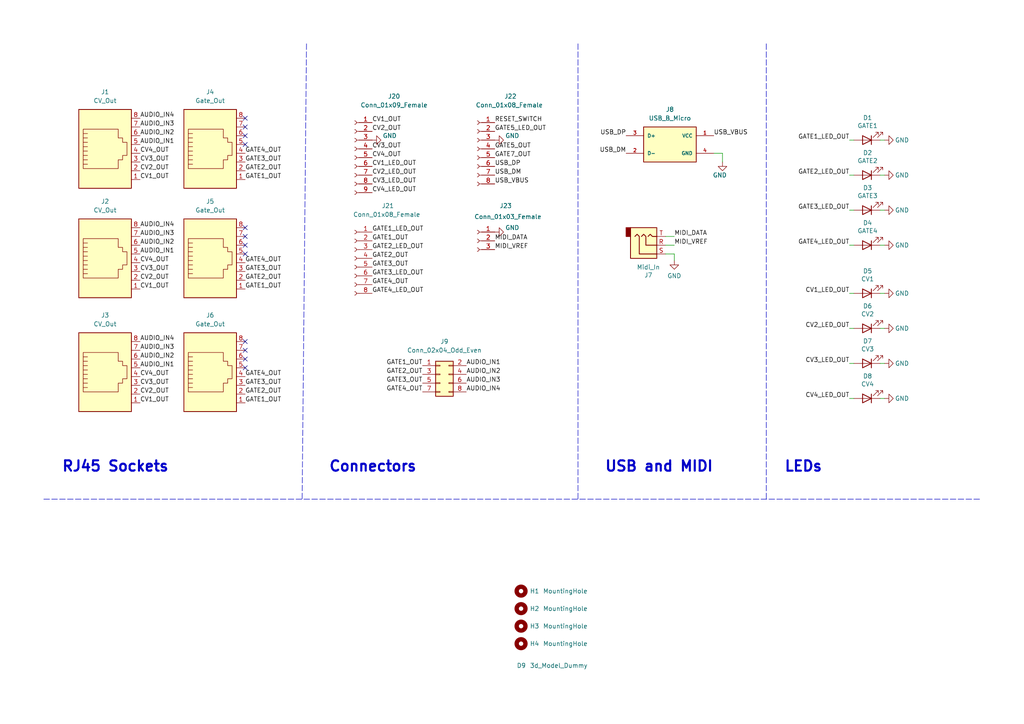
<source format=kicad_sch>
(kicad_sch (version 20211123) (generator eeschema)
  (paper "A4")
  (title_block (title "Quad MIDI Monger") (date "2023-02-28") (rev "v1.0") (company "Mountjoy Modular"))
  (lib_symbols
    (symbol "Connector:Conn_01x03_Female" (pin_names (offset 1.016) hide)
      (property "Reference" "J" (at 0 5.08 0))
      (property "Value" "Conn_01x03_Female" (at 0 -5.08 0))
      (symbol "Conn_01x03_Female_1_1"
        (arc (start 0 -2.032) (mid -0.508 -2.54) (end 0 -3.048) (stroke (width 0.1524)))
        (polyline (pts (xy -1.27 -2.54) (xy -0.508 -2.54)) (stroke (width 0.1524)))
        (polyline (pts (xy -1.27 0) (xy -0.508 0)) (stroke (width 0.1524)))
        (polyline (pts (xy -1.27 2.54) (xy -0.508 2.54)) (stroke (width 0.1524)))
        (arc (start 0 0.508) (mid -0.508 0) (end 0 -0.508) (stroke (width 0.1524)))
        (arc (start 0 3.048) (mid -0.508 2.54) (end 0 2.032) (stroke (width 0.1524)))
        (pin passive line (at -5.08 2.54 0) (length 3.81) (name "Pin_1") (number "1"))
        (pin passive line (at -5.08 0 0) (length 3.81) (name "Pin_2") (number "2"))
        (pin passive line (at -5.08 -2.54 0) (length 3.81) (name "Pin_3") (number "3"))
      )
    )
    (symbol "Connector:Conn_01x08_Female" (pin_names (offset 1.016) hide)
      (property "Reference" "J" (at 0 10.16 0))
      (property "Value" "Conn_01x08_Female" (at 0 -12.7 0))
      (symbol "Conn_01x08_Female_1_1"
        (arc (start 0 -9.652) (mid -0.508 -10.16) (end 0 -10.668) (stroke (width 0.1524)))
        (arc (start 0 -7.112) (mid -0.508 -7.62) (end 0 -8.128) (stroke (width 0.1524)))
        (arc (start 0 -4.572) (mid -0.508 -5.08) (end 0 -5.588) (stroke (width 0.1524)))
        (arc (start 0 -2.032) (mid -0.508 -2.54) (end 0 -3.048) (stroke (width 0.1524)))
        (polyline (pts (xy -1.27 -10.16) (xy -0.508 -10.16)) (stroke (width 0.1524)))
        (polyline (pts (xy -1.27 -7.62) (xy -0.508 -7.62)) (stroke (width 0.1524)))
        (polyline (pts (xy -1.27 -5.08) (xy -0.508 -5.08)) (stroke (width 0.1524)))
        (polyline (pts (xy -1.27 -2.54) (xy -0.508 -2.54)) (stroke (width 0.1524)))
        (polyline (pts (xy -1.27 0) (xy -0.508 0)) (stroke (width 0.1524)))
        (polyline (pts (xy -1.27 2.54) (xy -0.508 2.54)) (stroke (width 0.1524)))
        (polyline (pts (xy -1.27 5.08) (xy -0.508 5.08)) (stroke (width 0.1524)))
        (polyline (pts (xy -1.27 7.62) (xy -0.508 7.62)) (stroke (width 0.1524)))
        (arc (start 0 0.508) (mid -0.508 0) (end 0 -0.508) (stroke (width 0.1524)))
        (arc (start 0 3.048) (mid -0.508 2.54) (end 0 2.032) (stroke (width 0.1524)))
        (arc (start 0 5.588) (mid -0.508 5.08) (end 0 4.572) (stroke (width 0.1524)))
        (arc (start 0 8.128) (mid -0.508 7.62) (end 0 7.112) (stroke (width 0.1524)))
        (pin passive line (at -5.08 7.62 0) (length 3.81) (name "Pin_1") (number "1"))
        (pin passive line (at -5.08 5.08 0) (length 3.81) (name "Pin_2") (number "2"))
        (pin passive line (at -5.08 2.54 0) (length 3.81) (name "Pin_3") (number "3"))
        (pin passive line (at -5.08 0 0) (length 3.81) (name "Pin_4") (number "4"))
        (pin passive line (at -5.08 -2.54 0) (length 3.81) (name "Pin_5") (number "5"))
        (pin passive line (at -5.08 -5.08 0) (length 3.81) (name "Pin_6") (number "6"))
        (pin passive line (at -5.08 -7.62 0) (length 3.81) (name "Pin_7") (number "7"))
        (pin passive line (at -5.08 -10.16 0) (length 3.81) (name "Pin_8") (number "8"))
      )
    )
    (symbol "Connector:Conn_01x09_Female" (pin_names (offset 1.016) hide)
      (property "Reference" "J" (at 0 12.7 0))
      (property "Value" "Conn_01x09_Female" (at 0 -12.7 0))
      (symbol "Conn_01x09_Female_1_1"
        (arc (start 0 -9.652) (mid -0.508 -10.16) (end 0 -10.668) (stroke (width 0.1524)))
        (arc (start 0 -7.112) (mid -0.508 -7.62) (end 0 -8.128) (stroke (width 0.1524)))
        (arc (start 0 -4.572) (mid -0.508 -5.08) (end 0 -5.588) (stroke (width 0.1524)))
        (arc (start 0 -2.032) (mid -0.508 -2.54) (end 0 -3.048) (stroke (width 0.1524)))
        (polyline (pts (xy -1.27 -10.16) (xy -0.508 -10.16)) (stroke (width 0.1524)))
        (polyline (pts (xy -1.27 -7.62) (xy -0.508 -7.62)) (stroke (width 0.1524)))
        (polyline (pts (xy -1.27 -5.08) (xy -0.508 -5.08)) (stroke (width 0.1524)))
        (polyline (pts (xy -1.27 -2.54) (xy -0.508 -2.54)) (stroke (width 0.1524)))
        (polyline (pts (xy -1.27 0) (xy -0.508 0)) (stroke (width 0.1524)))
        (polyline (pts (xy -1.27 2.54) (xy -0.508 2.54)) (stroke (width 0.1524)))
        (polyline (pts (xy -1.27 5.08) (xy -0.508 5.08)) (stroke (width 0.1524)))
        (polyline (pts (xy -1.27 7.62) (xy -0.508 7.62)) (stroke (width 0.1524)))
        (polyline (pts (xy -1.27 10.16) (xy -0.508 10.16)) (stroke (width 0.1524)))
        (arc (start 0 0.508) (mid -0.508 0) (end 0 -0.508) (stroke (width 0.1524)))
        (arc (start 0 3.048) (mid -0.508 2.54) (end 0 2.032) (stroke (width 0.1524)))
        (arc (start 0 5.588) (mid -0.508 5.08) (end 0 4.572) (stroke (width 0.1524)))
        (arc (start 0 8.128) (mid -0.508 7.62) (end 0 7.112) (stroke (width 0.1524)))
        (arc (start 0 10.668) (mid -0.508 10.16) (end 0 9.652) (stroke (width 0.1524)))
        (pin passive line (at -5.08 10.16 0) (length 3.81) (name "Pin_1") (number "1"))
        (pin passive line (at -5.08 7.62 0) (length 3.81) (name "Pin_2") (number "2"))
        (pin passive line (at -5.08 5.08 0) (length 3.81) (name "Pin_3") (number "3"))
        (pin passive line (at -5.08 2.54 0) (length 3.81) (name "Pin_4") (number "4"))
        (pin passive line (at -5.08 0 0) (length 3.81) (name "Pin_5") (number "5"))
        (pin passive line (at -5.08 -2.54 0) (length 3.81) (name "Pin_6") (number "6"))
        (pin passive line (at -5.08 -5.08 0) (length 3.81) (name "Pin_7") (number "7"))
        (pin passive line (at -5.08 -7.62 0) (length 3.81) (name "Pin_8") (number "8"))
        (pin passive line (at -5.08 -10.16 0) (length 3.81) (name "Pin_9") (number "9"))
      )
    )
    (symbol "Connector:RJ45" (pin_names (offset 1.016))
      (property "Reference" "J" (at -5.08 13.97 0))
      (property "Value" "RJ45" (at 2.54 13.97 0))
      (symbol "RJ45_0_1"
        (polyline (pts (xy -5.08 4.445) (xy -6.35 4.445)))
        (polyline (pts (xy -5.08 5.715) (xy -6.35 5.715)))
        (polyline (pts (xy -6.35 -3.175) (xy -5.08 -3.175) (xy -5.08 -3.175)))
        (polyline (pts (xy -6.35 -1.905) (xy -5.08 -1.905) (xy -5.08 -1.905)))
        (polyline (pts (xy -6.35 -0.635) (xy -5.08 -0.635) (xy -5.08 -0.635)))
        (polyline (pts (xy -6.35 0.635) (xy -5.08 0.635) (xy -5.08 0.635)))
        (polyline (pts (xy -6.35 1.905) (xy -5.08 1.905) (xy -5.08 1.905)))
        (polyline (pts (xy -5.08 3.175) (xy -6.35 3.175) (xy -6.35 3.175)))
        (polyline (pts (xy -6.35 -4.445) (xy -6.35 6.985) (xy 3.81 6.985) (xy 3.81 4.445) (xy 5.08 4.445) (xy 5.08 3.175) (xy 6.35 3.175) (xy 6.35 -0.635) (xy 5.08 -0.635) (xy 5.08 -1.905) (xy 3.81 -1.905) (xy 3.81 -4.445) (xy -6.35 -4.445) (xy -6.35 -4.445)))
        (rectangle (start 7.62 12.7) (end -7.62 -10.16) (stroke (width 0.254)) (fill (type background)))
      )
      (symbol "RJ45_1_1"
        (pin passive line (at 10.16 -7.62 180) (length 2.54) (name "~") (number "1"))
        (pin passive line (at 10.16 -5.08 180) (length 2.54) (name "~") (number "2"))
        (pin passive line (at 10.16 -2.54 180) (length 2.54) (name "~") (number "3"))
        (pin passive line (at 10.16 0 180) (length 2.54) (name "~") (number "4"))
        (pin passive line (at 10.16 2.54 180) (length 2.54) (name "~") (number "5"))
        (pin passive line (at 10.16 5.08 180) (length 2.54) (name "~") (number "6"))
        (pin passive line (at 10.16 7.62 180) (length 2.54) (name "~") (number "7"))
        (pin passive line (at 10.16 10.16 180) (length 2.54) (name "~") (number "8"))
      )
    )
    (symbol "Connector_Generic:Conn_02x04_Odd_Even" (pin_names (offset 1.016) hide)
      (property "Reference" "J" (at 1.27 5.08 0))
      (property "Value" "Conn_02x04_Odd_Even" (at 1.27 -7.62 0))
      (symbol "Conn_02x04_Odd_Even_1_1"
        (rectangle (start -1.27 -4.953) (end 0 -5.207) (stroke (width 0.1524)))
        (rectangle (start -1.27 -2.413) (end 0 -2.667) (stroke (width 0.1524)))
        (rectangle (start -1.27 0.127) (end 0 -0.127) (stroke (width 0.1524)))
        (rectangle (start -1.27 2.667) (end 0 2.413) (stroke (width 0.1524)))
        (rectangle (start -1.27 3.81) (end 3.81 -6.35) (stroke (width 0.254)) (fill (type background)))
        (rectangle (start 3.81 -4.953) (end 2.54 -5.207) (stroke (width 0.1524)))
        (rectangle (start 3.81 -2.413) (end 2.54 -2.667) (stroke (width 0.1524)))
        (rectangle (start 3.81 0.127) (end 2.54 -0.127) (stroke (width 0.1524)))
        (rectangle (start 3.81 2.667) (end 2.54 2.413) (stroke (width 0.1524)))
        (pin passive line (at -5.08 2.54 0) (length 3.81) (name "Pin_1") (number "1"))
        (pin passive line (at 7.62 2.54 180) (length 3.81) (name "Pin_2") (number "2"))
        (pin passive line (at -5.08 0 0) (length 3.81) (name "Pin_3") (number "3"))
        (pin passive line (at 7.62 0 180) (length 3.81) (name "Pin_4") (number "4"))
        (pin passive line (at -5.08 -2.54 0) (length 3.81) (name "Pin_5") (number "5"))
        (pin passive line (at 7.62 -2.54 180) (length 3.81) (name "Pin_6") (number "6"))
        (pin passive line (at -5.08 -5.08 0) (length 3.81) (name "Pin_7") (number "7"))
        (pin passive line (at 7.62 -5.08 180) (length 3.81) (name "Pin_8") (number "8"))
      )
    )
    (symbol "Device:LED" (pin_numbers hide) (pin_names (offset 1.016) hide)
      (property "Reference" "D" (at 0 2.54 0))
      (property "Value" "LED" (at 0 -2.54 0))
      (symbol "LED_0_1"
        (polyline (pts (xy -1.27 -1.27) (xy -1.27 1.27)) (stroke (width 0.254)))
        (polyline (pts (xy -1.27 0) (xy 1.27 0)))
        (polyline (pts (xy 1.27 -1.27) (xy 1.27 1.27) (xy -1.27 0) (xy 1.27 -1.27)) (stroke (width 0.254)))
        (polyline (pts (xy -3.048 -0.762) (xy -4.572 -2.286) (xy -3.81 -2.286) (xy -4.572 -2.286) (xy -4.572 -1.524)))
        (polyline (pts (xy -1.778 -0.762) (xy -3.302 -2.286) (xy -2.54 -2.286) (xy -3.302 -2.286) (xy -3.302 -1.524)))
      )
      (symbol "LED_1_1"
        (pin passive line (at -3.81 0 0) (length 2.54) (name "K") (number "1"))
        (pin passive line (at 3.81 0 180) (length 2.54) (name "A") (number "2"))
      )
    )
    (symbol "Mechanical:MountingHole" (pin_names (offset 1.016))
      (property "Reference" "H" (at 0 5.08 0))
      (property "Value" "MountingHole" (at 0 3.175 0))
      (symbol "MountingHole_0_1"
        (circle (center 0 0) (radius 1.27) (stroke (width 1.27)))
      )
    )
    (symbol "Mountjoy:3d_Model_Dummy"
      (property "Reference" "D" (at 0 0 0))
      (property "Value" "3d_Model_Dummy" (at 0 0 0))
    )
    (symbol "USB_TE_1734517-1:1734517-1" (pin_names (offset 1.016))
      (property "Reference" "J?" (at -1.27 5.715 0))
      (property "Value" "1734517-1" (at -6.35 -7.62 0))
      (symbol "1734517-1_0_0"
        (rectangle (start -7.62 -5.08) (end 7.62 5.08) (stroke (width 0.254)) (fill (type background)))
        (pin output line (at 12.7 2.54 180) (length 5.08) (name "VCC") (number "1"))
        (pin bidirectional line (at -12.7 -2.54 0) (length 5.08) (name "D-") (number "2"))
        (pin bidirectional line (at -12.7 2.54 0) (length 5.08) (name "D+") (number "3"))
        (pin power_in line (at 12.7 -2.54 180) (length 5.08) (name "GND") (number "4"))
        (pin no_connect line (at -12.7 0 0) (length 5.08) hide (name "SLD") (number "5"))
        (pin no_connect line (at 12.7 0 180) (length 5.08) hide (name "SLD") (number "6"))
      )
    )
    (symbol "power:GND" (power) (pin_names (offset 0))
      (property "Value" "GND" (at 0 -3.81 0))
      (symbol "GND_0_1"
        (polyline (pts (xy 0 0) (xy 0 -1.27) (xy 1.27 -1.27) (xy 0 -2.54) (xy -1.27 -1.27) (xy 0 -1.27)))
      )
      (symbol "GND_1_1"
        (pin power_in line (at 0 0 270) (length 0) hide (name "GND") (number "1"))
      )
    )
    (symbol "thonkiconn:AudioJack3"
      (property "Reference" "J" (at 0 8.89 0))
      (property "Value" "AudioJack3" (at 0 6.35 0))
      (symbol "AudioJack3_0_1"
        (rectangle (start -5.08 -5.08) (end -6.35 -2.54) (stroke (width 0.254)) (fill (type outline)))
        (polyline (pts (xy 0 -2.54) (xy 0.635 -3.175) (xy 1.27 -2.54) (xy 2.54 -2.54)) (stroke (width 0.254)))
        (polyline (pts (xy -1.905 -2.54) (xy -1.27 -3.175) (xy -0.635 -2.54) (xy -0.635 0) (xy 2.54 0)) (stroke (width 0.254)))
        (polyline (pts (xy 2.54 2.54) (xy -2.54 2.54) (xy -2.54 -2.54) (xy -3.175 -3.175) (xy -3.81 -2.54)) (stroke (width 0.254)))
        (rectangle (start 2.54 3.81) (end -5.08 -5.08) (stroke (width 0.254)) (fill (type background)))
      )
      (symbol "AudioJack3_1_1"
        (pin passive line (at 5.08 0 180) (length 2.54) (name "~") (number "R"))
        (pin passive line (at 5.08 2.54 180) (length 2.54) (name "~") (number "S"))
        (pin passive line (at 5.08 -2.54 180) (length 2.54) (name "~") (number "T"))
      )
    )
  )
  (no_connect (at 71.12 101.6))
  (no_connect (at 71.12 36.83))
  (no_connect (at 71.12 106.68))
  (no_connect (at 71.12 66.04))
  (no_connect (at 71.12 104.14))
  (no_connect (at 71.12 71.12))
  (no_connect (at 71.12 73.66))
  (no_connect (at 71.12 34.29))
  (no_connect (at 71.12 99.06))
  (no_connect (at 71.12 39.37))
  (no_connect (at 71.12 68.58))
  (no_connect (at 71.12 41.91))
  (polyline (pts (xy 12.7 144.78) (xy 284.48 144.78)))
  (wire (pts (xy 255.27 50.8) (xy 256.54 50.8)))
  (polyline (pts (xy 88.9 12.7) (xy 87.63 144.78)))
  (wire (pts (xy 246.38 40.64) (xy 247.65 40.64)))
  (polyline (pts (xy 222.25 12.7) (xy 222.25 144.78)))
  (wire (pts (xy 193.04 68.58) (xy 195.58 68.58)))
  (wire (pts (xy 255.27 71.12) (xy 256.54 71.12)))
  (wire (pts (xy 255.27 95.25) (xy 256.54 95.25)))
  (wire (pts (xy 193.04 73.66) (xy 195.58 73.66)))
  (wire (pts (xy 246.38 115.57) (xy 247.65 115.57)))
  (wire (pts (xy 255.27 60.96) (xy 256.54 60.96)))
  (wire (pts (xy 255.27 115.57) (xy 256.54 115.57)))
  (polyline (pts (xy 167.64 12.7) (xy 167.64 144.78)))
  (wire (pts (xy 209.55 44.45) (xy 209.55 46.99)))
  (wire (pts (xy 246.38 50.8) (xy 247.65 50.8)))
  (wire (pts (xy 255.27 85.09) (xy 256.54 85.09)))
  (wire (pts (xy 255.27 40.64) (xy 256.54 40.64)))
  (wire (pts (xy 195.58 73.66) (xy 195.58 75.565)))
  (wire (pts (xy 193.04 71.12) (xy 195.58 71.12)))
  (wire (pts (xy 255.27 105.41) (xy 256.54 105.41)))
  (wire (pts (xy 246.38 95.25) (xy 247.65 95.25)))
  (wire (pts (xy 207.01 44.45) (xy 209.55 44.45)))
  (wire (pts (xy 246.38 85.09) (xy 247.65 85.09)))
  (wire (pts (xy 246.38 60.96) (xy 247.65 60.96)))
  (wire (pts (xy 246.38 105.41) (xy 247.65 105.41)))
  (wire (pts (xy 246.38 71.12) (xy 247.65 71.12)))
  (text "RJ45 Sockets" (at 17.78 137.16 0) (effects (font (size 3 3) (thickness 0.6) bold) (justify left bottom)))
  (text "LEDs" (at 227.33 137.16 0) (effects (font (size 3 3) (thickness 0.6) bold) (justify left bottom)))
  (text "USB and MIDI" (at 175.26 137.16 0) (effects (font (size 3 3) (thickness 0.6) bold) (justify left bottom)))
  (text "Connectors" (at 95.25 137.16 0) (effects (font (size 3 3) (thickness 0.6) bold) (justify left bottom)))
  (label "AUDIO_IN4" (at 40.64 34.29 0))
  (label "CV1_OUT" (at 40.64 116.84 0))
  (label "GATE2_OUT" (at 71.12 49.53 0))
  (label "GATE3_OUT" (at 71.12 111.76 0))
  (label "USB_VBUS" (at 143.51 53.34 0))
  (label "GATE4_OUT" (at 107.95 82.55 0))
  (label "CV1_OUT" (at 40.64 83.82 0))
  (label "CV4_LED_OUT" (at 246.38 115.57 180))
  (label "GATE4_LED_OUT" (at 246.38 71.12 180))
  (label "CV3_OUT" (at 40.64 78.74 0))
  (label "GATE1_OUT" (at 71.12 116.84 0))
  (label "AUDIO_IN2" (at 40.64 71.12 0))
  (label "AUDIO_IN3" (at 40.64 68.58 0))
  (label "GATE3_LED_OUT" (at 107.95 80.01 0))
  (label "GATE3_OUT" (at 71.12 46.99 0))
  (label "CV3_OUT" (at 40.64 111.76 0))
  (label "CV2_LED_OUT" (at 107.95 50.8 0))
  (label "GATE2_OUT" (at 71.12 114.3 0))
  (label "GATE2_OUT" (at 107.95 74.93 0))
  (label "CV3_OUT" (at 40.64 46.99 0))
  (label "CV2_OUT" (at 40.64 81.28 0))
  (label "AUDIO_IN1" (at 135.255 106.045 0))
  (label "RESET_SWITCH" (at 143.51 35.56 0))
  (label "MIDI_VREF" (at 195.58 71.12 0))
  (label "CV4_OUT" (at 40.64 109.22 0))
  (label "GATE5_LED_OUT" (at 143.51 38.1 0))
  (label "GATE3_LED_OUT" (at 246.38 60.96 180))
  (label "CV2_LED_OUT" (at 246.38 95.25 180))
  (label "GATE1_OUT" (at 71.12 52.07 0))
  (label "AUDIO_IN2" (at 40.64 104.14 0))
  (label "CV2_OUT" (at 107.95 38.1 0))
  (label "AUDIO_IN1" (at 40.64 41.91 0))
  (label "AUDIO_IN4" (at 40.64 66.04 0))
  (label "AUDIO_IN3" (at 135.255 111.125 0))
  (label "USB_DP" (at 143.51 48.26 0))
  (label "GATE7_OUT" (at 143.51 45.72 0))
  (label "GATE1_OUT" (at 107.95 69.85 0))
  (label "USB_VBUS" (at 207.01 39.37 0))
  (label "AUDIO_IN4" (at 40.64 99.06 0))
  (label "AUDIO_IN3" (at 40.64 101.6 0))
  (label "GATE2_LED_OUT" (at 246.38 50.8 180))
  (label "GATE2_OUT" (at 71.12 81.28 0))
  (label "USB_DM" (at 143.51 50.8 0))
  (label "CV2_OUT" (at 40.64 49.53 0))
  (label "GATE2_OUT" (at 122.555 108.585 180))
  (label "GATE4_OUT" (at 71.12 44.45 0))
  (label "GATE3_OUT" (at 71.12 78.74 0))
  (label "CV4_LED_OUT" (at 107.95 55.88 0))
  (label "GATE1_LED_OUT" (at 246.38 40.64 180))
  (label "CV3_LED_OUT" (at 246.38 105.41 180))
  (label "GATE5_OUT" (at 143.51 43.18 0))
  (label "USB_DM" (at 181.61 44.45 180))
  (label "USB_DP" (at 181.61 39.37 180))
  (label "MIDI_VREF" (at 143.51 72.39 0))
  (label "CV1_LED_OUT" (at 246.38 85.09 180))
  (label "CV1_OUT" (at 107.95 35.56 0))
  (label "CV4_OUT" (at 40.64 44.45 0))
  (label "GATE2_LED_OUT" (at 107.95 72.39 0))
  (label "AUDIO_IN1" (at 40.64 106.68 0))
  (label "GATE1_OUT" (at 71.12 83.82 0))
  (label "GATE4_OUT" (at 71.12 76.2 0))
  (label "CV3_LED_OUT" (at 107.95 53.34 0))
  (label "GATE4_LED_OUT" (at 107.95 85.09 0))
  (label "AUDIO_IN2" (at 40.64 39.37 0))
  (label "AUDIO_IN1" (at 40.64 73.66 0))
  (label "GATE1_OUT" (at 122.555 106.045 180))
  (label "GATE4_OUT" (at 71.12 109.22 0))
  (label "MIDI_DATA" (at 143.51 69.85 0))
  (label "CV2_OUT" (at 40.64 114.3 0))
  (label "CV1_OUT" (at 40.64 52.07 0))
  (label "GATE4_OUT" (at 122.555 113.665 180))
  (label "CV4_OUT" (at 107.95 45.72 0))
  (label "CV1_LED_OUT" (at 107.95 48.26 0))
  (label "GATE3_OUT" (at 107.95 77.47 0))
  (label "CV3_OUT" (at 107.95 43.18 0))
  (label "GATE3_OUT" (at 122.555 111.125 180))
  (label "CV4_OUT" (at 40.64 76.2 0))
  (label "AUDIO_IN3" (at 40.64 36.83 0))
  (label "AUDIO_IN4" (at 135.255 113.665 0))
  (label "GATE1_LED_OUT" (at 107.95 67.31 0))
  (label "AUDIO_IN2" (at 135.255 108.585 0))
  (label "MIDI_DATA" (at 195.58 68.58 0))
  (symbol (lib_id "Connector:Conn_01x09_Female") (at 102.87 45.72 0) (mirror y) (unit 1)
    (property "Reference" "J20" (at 114.3 27.94 0))
    (property "Value" "Conn_01x09_Female" (at 114.3 30.48 0))
    (property "Footprint" "Socket_Strips:Socket_Strip_Straight_1x09_Pitch2.54mm" (effects hide))
  )
  (symbol (lib_id "power:GND") (at 107.95 40.64 90) (unit 1)
    (property "Reference" "#PWR0101" (effects hide))
    (property "Value" "GND" (at 113.03 39.37 90))
  )
  (symbol (lib_id "Device:LED") (at 251.46 40.64 180) (unit 1)
    (property "Reference" "D1" (at 251.6378 34.163 0))
    (property "Value" "GATE1" (at 251.6378 36.4744 0))
    (property "Footprint" "LEDs:LED_D3.0mm" (effects hide))
  )
  (symbol (lib_id "power:GND") (at 256.54 40.64 90) (mirror x) (unit 1)
    (property "Reference" "#PWR017" (effects hide))
    (property "Value" "GND" (at 261.62 40.64 90))
  )
  (symbol (lib_id "Connector:Conn_01x08_Female") (at 102.87 74.93 0) (mirror y) (unit 1)
    (property "Reference" "J21" (at 114.3 59.69 0) (effects (justify left)))
    (property "Value" "Conn_01x08_Female" (at 121.92 62.23 0) (effects (justify left)))
    (property "Footprint" "Socket_Strips:Socket_Strip_Straight_1x08_Pitch2.54mm" (effects hide))
  )
  (symbol (lib_id "Connector:Conn_01x08_Female") (at 138.43 43.18 0) (mirror y) (unit 1)
    (property "Reference" "J22" (at 149.86 27.94 0) (effects (justify left)))
    (property "Value" "Conn_01x08_Female" (at 157.48 30.48 0) (effects (justify left)))
    (property "Footprint" "Socket_Strips:Socket_Strip_Straight_1x08_Pitch2.54mm" (effects hide))
  )
  (symbol (lib_id "Device:LED") (at 251.46 50.8 180) (unit 1)
    (property "Reference" "D2" (at 251.6378 44.323 0))
    (property "Value" "GATE2" (at 251.6378 46.6344 0))
    (property "Footprint" "LEDs:LED_D3.0mm" (effects hide))
  )
  (symbol (lib_id "power:GND") (at 256.54 50.8 90) (mirror x) (unit 1)
    (property "Reference" "#PWR018" (effects hide))
    (property "Value" "GND" (at 261.62 50.8 90))
  )
  (symbol (lib_id "Device:LED") (at 251.46 60.96 180) (unit 1)
    (property "Reference" "D3" (at 251.6378 54.483 0))
    (property "Value" "GATE3" (at 251.6378 56.7944 0))
    (property "Footprint" "LEDs:LED_D3.0mm" (effects hide))
  )
  (symbol (lib_id "power:GND") (at 256.54 60.96 90) (mirror x) (unit 1)
    (property "Reference" "#PWR019" (effects hide))
    (property "Value" "GND" (at 261.62 60.96 90))
  )
  (symbol (lib_id "Device:LED") (at 251.46 71.12 180) (unit 1)
    (property "Reference" "D4" (at 251.6378 64.643 0))
    (property "Value" "GATE4" (at 251.6378 66.9544 0))
    (property "Footprint" "LEDs:LED_D3.0mm" (effects hide))
  )
  (symbol (lib_id "power:GND") (at 256.54 71.12 90) (mirror x) (unit 1)
    (property "Reference" "#PWR020" (effects hide))
    (property "Value" "GND" (at 261.62 71.12 90))
  )
  (symbol (lib_id "Device:LED") (at 251.46 85.09 180) (unit 1)
    (property "Reference" "D5" (at 251.6378 78.613 0))
    (property "Value" "CV1" (at 251.6378 80.9244 0))
    (property "Footprint" "LEDs:LED_D3.0mm" (effects hide))
  )
  (symbol (lib_id "Device:LED") (at 251.46 95.25 180) (unit 1)
    (property "Reference" "D6" (at 251.6378 88.773 0))
    (property "Value" "CV2" (at 251.6378 91.0844 0))
    (property "Footprint" "LEDs:LED_D3.0mm" (effects hide))
  )
  (symbol (lib_id "Device:LED") (at 251.46 105.41 180) (unit 1)
    (property "Reference" "D7" (at 251.6378 98.933 0))
    (property "Value" "CV3" (at 251.6378 101.2444 0))
    (property "Footprint" "LEDs:LED_D3.0mm" (effects hide))
  )
  (symbol (lib_id "Device:LED") (at 251.46 115.57 180) (unit 1)
    (property "Reference" "D8" (at 251.6378 109.093 0))
    (property "Value" "CV4" (at 251.6378 111.4044 0))
    (property "Footprint" "LEDs:LED_D3.0mm" (effects hide))
  )
  (symbol (lib_id "power:GND") (at 256.54 85.09 90) (mirror x) (unit 1)
    (property "Reference" "#PWR021" (effects hide))
    (property "Value" "GND" (at 261.62 85.09 90))
  )
  (symbol (lib_id "power:GND") (at 256.54 95.25 90) (mirror x) (unit 1)
    (property "Reference" "#PWR022" (effects hide))
    (property "Value" "GND" (at 261.62 95.25 90))
  )
  (symbol (lib_id "power:GND") (at 256.54 105.41 90) (mirror x) (unit 1)
    (property "Reference" "#PWR023" (effects hide))
    (property "Value" "GND" (at 261.62 105.41 90))
  )
  (symbol (lib_id "power:GND") (at 256.54 115.57 90) (mirror x) (unit 1)
    (property "Reference" "#PWR024" (effects hide))
    (property "Value" "GND" (at 261.62 115.57 90))
  )
  (symbol (lib_id "power:GND") (at 143.51 40.64 90) (unit 1)
    (property "Reference" "#PWR01" (effects hide))
    (property "Value" "GND" (at 148.59 39.37 90))
  )
  (symbol (lib_id "power:GND") (at 143.51 67.31 90) (unit 1)
    (property "Reference" "#PWR06" (effects hide))
    (property "Value" "GND" (at 148.59 66.04 90))
  )
  (symbol (lib_id "Mechanical:MountingHole") (at 151.13 176.53 0) (unit 1)
    (property "Reference" "H2" (at 153.67 176.53 0) (effects (justify left)))
    (property "Value" "MountingHole" (at 157.48 176.53 0) (effects (justify left)))
    (property "Footprint" "MountingHole:MountingHole_3.2mm_M3_ISO14580" (effects hide))
  )
  (symbol (lib_id "USB_TE_1734517-1:1734517-1") (at 194.31 41.91 0) (unit 1)
    (property "Reference" "J8" (at 194.31 31.75 0))
    (property "Value" "USB_B_Micro" (at 194.31 34.29 0))
    (property "Footprint" "Custom_Footprints:USB_TE_1734517-1" (effects hide))
    (property "Datasheet" "https://uk.rs-online.com/web/p/products/7187236/" (effects hide))
  )
  (symbol (lib_id "Mechanical:MountingHole") (at 151.13 181.61 0) (unit 1)
    (property "Reference" "H3" (at 153.67 181.61 0) (effects (justify left)))
    (property "Value" "MountingHole" (at 157.48 181.61 0) (effects (justify left)))
    (property "Footprint" "MountingHole:MountingHole_3.2mm_M3_ISO14580" (effects hide))
  )
  (symbol (lib_id "Connector:RJ45") (at 60.96 109.22 0) (unit 1)
    (property "Reference" "J6" (at 60.96 91.44 0))
    (property "Value" "Gate_Out" (at 60.96 93.98 0))
    (property "Footprint" "Custom_Footprints:RJ45_Molex_42878-8506" (effects hide))
  )
  (symbol (lib_id "Mountjoy:3d_Model_Dummy") (at 150.495 190.5 0) (unit 1)
    (property "Reference" "D9" (at 149.86 193.0401 0) (effects (justify left)))
    (property "Value" "3d_Model_Dummy" (at 153.67 193.04 0) (effects (justify left)))
    (property "Footprint" "Custom_Footprints:3D_Dummy" (effects hide))
  )
  (symbol (lib_id "thonkiconn:AudioJack3") (at 187.96 71.12 0) (mirror x) (unit 1)
    (property "Reference" "J7" (at 188.0616 79.8068 0))
    (property "Value" "Midi_In" (at 188.0616 77.4954 0))
    (property "Footprint" "Custom_Footprints:Thonkiconn_Stereo-PJ366ST" (effects hide))
  )
  (symbol (lib_id "Connector:RJ45") (at 60.96 76.2 0) (unit 1)
    (property "Reference" "J5" (at 60.96 58.42 0))
    (property "Value" "Gate_Out" (at 60.96 60.96 0))
    (property "Footprint" "Custom_Footprints:RJ45_Molex_42878-8506" (effects hide))
  )
  (symbol (lib_id "Mechanical:MountingHole") (at 151.13 186.69 0) (unit 1)
    (property "Reference" "H4" (at 153.67 186.69 0) (effects (justify left)))
    (property "Value" "MountingHole" (at 157.48 186.69 0) (effects (justify left)))
    (property "Footprint" "MountingHole:MountingHole_3.2mm_M3_ISO14580" (effects hide))
  )
  (symbol (lib_id "Connector:RJ45") (at 30.48 109.22 0) (unit 1)
    (property "Reference" "J3" (at 30.48 91.44 0))
    (property "Value" "CV_Out" (at 30.48 93.98 0))
    (property "Footprint" "Custom_Footprints:RJ45_Molex_42878-8506" (effects hide))
  )
  (symbol (lib_id "Connector:RJ45") (at 30.48 76.2 0) (unit 1)
    (property "Reference" "J2" (at 30.48 58.42 0))
    (property "Value" "CV_Out" (at 30.48 60.96 0))
    (property "Footprint" "Custom_Footprints:RJ45_Molex_42878-8506" (effects hide))
  )
  (symbol (lib_id "Connector:RJ45") (at 30.48 44.45 0) (unit 1)
    (property "Reference" "J1" (at 30.48 26.67 0))
    (property "Value" "CV_Out" (at 30.48 29.21 0))
    (property "Footprint" "Custom_Footprints:RJ45_Molex_42878-8506" (effects hide))
  )
  (symbol (lib_id "Mechanical:MountingHole") (at 151.13 171.45 0) (unit 1)
    (property "Reference" "H1" (at 153.67 171.45 0) (effects (justify left)))
    (property "Value" "MountingHole" (at 157.48 171.45 0) (effects (justify left)))
    (property "Footprint" "MountingHole:MountingHole_3.2mm_M3_ISO14580" (effects hide))
  )
  (symbol (lib_id "Connector_Generic:Conn_02x04_Odd_Even") (at 127.635 108.585 0) (unit 1)
    (property "Reference" "J9" (at 128.905 99.06 0))
    (property "Value" "Conn_02x04_Odd_Even" (at 128.905 101.6 0))
    (property "Footprint" "Connector_PinHeader_2.54mm:PinHeader_2x04_P2.54mm_Vertical" (effects hide))
  )
  (symbol (lib_id "power:GND") (at 195.58 75.565 0) (unit 1)
    (property "Reference" "#PWR02" (effects hide))
    (property "Value" "GND" (at 195.58 80.01 0))
  )
  (symbol (lib_id "power:GND") (at 209.55 46.99 0) (unit 1)
    (property "Reference" "#PWR03" (effects hide))
    (property "Value" "GND" (at 210.82 50.8 0) (effects (justify right)))
  )
  (symbol (lib_id "Connector:Conn_01x03_Female") (at 138.43 69.85 0) (mirror y) (unit 1)
    (property "Reference" "J23" (at 146.685 59.69 0))
    (property "Value" "Conn_01x03_Female" (at 147.32 62.865 0))
    (property "Footprint" "Connector_PinHeader_2.54mm:PinHeader_1x03_P2.54mm_Vertical" (effects hide))
  )
  (symbol (lib_id "Connector:RJ45") (at 60.96 44.45 0) (unit 1)
    (property "Reference" "J4" (at 60.96 26.67 0))
    (property "Value" "Gate_Out" (at 60.96 29.21 0))
    (property "Footprint" "Custom_Footprints:RJ45_Molex_42878-8506" (effects hide))
  )
)
</source>
